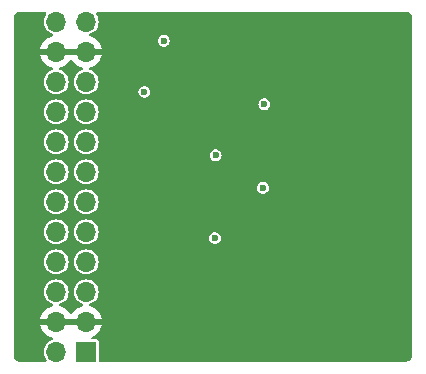
<source format=gbr>
%TF.GenerationSoftware,KiCad,Pcbnew,8.99.0-unknown-77b1d367df~178~ubuntu23.10.1*%
%TF.CreationDate,2024-11-09T00:31:48-05:00*%
%TF.ProjectId,24PinINA333,32345069-6e49-44e4-9133-33332e6b6963,rev?*%
%TF.SameCoordinates,Original*%
%TF.FileFunction,Copper,L2,Inr*%
%TF.FilePolarity,Positive*%
%FSLAX46Y46*%
G04 Gerber Fmt 4.6, Leading zero omitted, Abs format (unit mm)*
G04 Created by KiCad (PCBNEW 8.99.0-unknown-77b1d367df~178~ubuntu23.10.1) date 2024-11-09 00:31:48*
%MOMM*%
%LPD*%
G01*
G04 APERTURE LIST*
%TA.AperFunction,ComponentPad*%
%ADD10R,1.700000X1.700000*%
%TD*%
%TA.AperFunction,ComponentPad*%
%ADD11O,1.700000X1.700000*%
%TD*%
%TA.AperFunction,ViaPad*%
%ADD12C,0.600000*%
%TD*%
G04 APERTURE END LIST*
D10*
%TO.N,/SDA{slash}A4*%
%TO.C,J1*%
X115650000Y-103975000D03*
D11*
%TO.N,/SCL{slash}A5*%
X113110000Y-103975000D03*
%TO.N,GND*%
X115650000Y-101435000D03*
X113110000Y-101435000D03*
%TO.N,/IN0+*%
X115650000Y-98895000D03*
%TO.N,/VREF*%
X113110000Y-98895000D03*
%TO.N,unconnected-(J1-Pin_7-Pad7)*%
X115650000Y-96355000D03*
%TO.N,unconnected-(J1-Pin_8-Pad8)*%
X113110000Y-96355000D03*
%TO.N,unconnected-(J1-Pin_9-Pad9)*%
X115650000Y-93815000D03*
%TO.N,unconnected-(J1-Pin_10-Pad10)*%
X113110000Y-93815000D03*
%TO.N,unconnected-(J1-Pin_11-Pad11)*%
X115650000Y-91275000D03*
%TO.N,unconnected-(J1-Pin_12-Pad12)*%
X113110000Y-91275000D03*
%TO.N,unconnected-(J1-Pin_13-Pad13)*%
X115650000Y-88735000D03*
%TO.N,unconnected-(J1-Pin_14-Pad14)*%
X113110000Y-88735000D03*
%TO.N,unconnected-(J1-Pin_15-Pad15)*%
X115650000Y-86195000D03*
%TO.N,unconnected-(J1-Pin_16-Pad16)*%
X113110000Y-86195000D03*
%TO.N,/IN6+*%
X115650000Y-83655000D03*
%TO.N,/VREF*%
X113110000Y-83655000D03*
%TO.N,unconnected-(J1-Pin_19-Pad19)*%
X115650000Y-81115000D03*
%TO.N,unconnected-(J1-Pin_20-Pad20)*%
X113110000Y-81115000D03*
%TO.N,GND*%
X115650000Y-78575000D03*
X113110000Y-78575000D03*
%TO.N,/A0*%
X115650000Y-76035000D03*
%TO.N,VIN*%
X113110000Y-76035000D03*
%TD*%
D12*
%TO.N,VIN*%
X126540000Y-94350000D03*
X120580000Y-81980000D03*
X126600000Y-87350000D03*
%TO.N,GND*%
X135070000Y-92080000D03*
X134970000Y-85190000D03*
X117610000Y-77640000D03*
X133110000Y-90930000D03*
X122610000Y-81160000D03*
X118200000Y-76090000D03*
X127500000Y-89710000D03*
X133240000Y-83920000D03*
X118080000Y-81100000D03*
X117640000Y-78600000D03*
X127490000Y-96780000D03*
%TO.N,/VREF*%
X130610000Y-90100000D03*
X122210000Y-77650000D03*
X130730000Y-83020000D03*
%TD*%
%TA.AperFunction,Conductor*%
%TO.N,GND*%
G36*
X112236643Y-75225185D02*
G01*
X112282398Y-75277989D01*
X112292342Y-75347147D01*
X112265458Y-75408164D01*
X112232317Y-75448546D01*
X112134769Y-75631043D01*
X112134768Y-75631045D01*
X112134768Y-75631046D01*
X112127898Y-75653692D01*
X112074699Y-75829067D01*
X112054417Y-76035000D01*
X112074699Y-76240932D01*
X112074700Y-76240934D01*
X112134768Y-76438954D01*
X112232315Y-76621450D01*
X112232317Y-76621452D01*
X112363589Y-76781410D01*
X112460209Y-76860702D01*
X112523550Y-76912685D01*
X112706046Y-77010232D01*
X112772551Y-77030405D01*
X112830989Y-77068702D01*
X112859446Y-77132514D01*
X112848887Y-77201581D01*
X112802663Y-77253975D01*
X112768650Y-77268841D01*
X112646514Y-77301567D01*
X112646507Y-77301570D01*
X112432422Y-77401399D01*
X112432420Y-77401400D01*
X112238926Y-77536886D01*
X112238920Y-77536891D01*
X112071891Y-77703920D01*
X112071886Y-77703926D01*
X111936400Y-77897420D01*
X111936399Y-77897422D01*
X111836570Y-78111507D01*
X111836567Y-78111513D01*
X111779364Y-78324999D01*
X111779364Y-78325000D01*
X112676988Y-78325000D01*
X112644075Y-78382007D01*
X112610000Y-78509174D01*
X112610000Y-78640826D01*
X112644075Y-78767993D01*
X112676988Y-78825000D01*
X111779364Y-78825000D01*
X111836567Y-79038486D01*
X111836570Y-79038492D01*
X111936399Y-79252578D01*
X112071894Y-79446082D01*
X112238917Y-79613105D01*
X112432421Y-79748600D01*
X112646507Y-79848429D01*
X112646516Y-79848433D01*
X112768649Y-79881158D01*
X112828310Y-79917523D01*
X112858839Y-79980369D01*
X112850545Y-80049745D01*
X112806059Y-80103623D01*
X112772552Y-80119593D01*
X112706046Y-80139767D01*
X112575358Y-80209622D01*
X112523550Y-80237315D01*
X112523548Y-80237316D01*
X112523547Y-80237317D01*
X112363589Y-80368589D01*
X112232317Y-80528547D01*
X112134769Y-80711043D01*
X112074699Y-80909067D01*
X112054417Y-81115000D01*
X112074699Y-81320932D01*
X112074700Y-81320934D01*
X112134768Y-81518954D01*
X112232315Y-81701450D01*
X112266969Y-81743677D01*
X112363589Y-81861410D01*
X112460209Y-81940702D01*
X112523550Y-81992685D01*
X112706046Y-82090232D01*
X112904066Y-82150300D01*
X112904065Y-82150300D01*
X112922529Y-82152118D01*
X113110000Y-82170583D01*
X113315934Y-82150300D01*
X113513954Y-82090232D01*
X113696450Y-81992685D01*
X113856410Y-81861410D01*
X113987685Y-81701450D01*
X114085232Y-81518954D01*
X114145300Y-81320934D01*
X114165583Y-81115000D01*
X114145300Y-80909066D01*
X114085232Y-80711046D01*
X113987685Y-80528550D01*
X113935702Y-80465209D01*
X113856410Y-80368589D01*
X113696452Y-80237317D01*
X113696453Y-80237317D01*
X113696450Y-80237315D01*
X113513954Y-80139768D01*
X113447447Y-80119593D01*
X113389009Y-80081296D01*
X113360553Y-80017484D01*
X113371113Y-79948417D01*
X113417337Y-79896023D01*
X113451350Y-79881158D01*
X113573483Y-79848433D01*
X113573492Y-79848429D01*
X113787578Y-79748600D01*
X113981082Y-79613105D01*
X114148105Y-79446082D01*
X114278425Y-79259968D01*
X114333002Y-79216344D01*
X114402501Y-79209151D01*
X114464855Y-79240673D01*
X114481575Y-79259968D01*
X114611894Y-79446082D01*
X114778917Y-79613105D01*
X114972421Y-79748600D01*
X115186507Y-79848429D01*
X115186516Y-79848433D01*
X115308649Y-79881158D01*
X115368310Y-79917523D01*
X115398839Y-79980369D01*
X115390545Y-80049745D01*
X115346059Y-80103623D01*
X115312552Y-80119593D01*
X115246046Y-80139767D01*
X115115358Y-80209622D01*
X115063550Y-80237315D01*
X115063548Y-80237316D01*
X115063547Y-80237317D01*
X114903589Y-80368589D01*
X114772317Y-80528547D01*
X114674769Y-80711043D01*
X114614699Y-80909067D01*
X114594417Y-81115000D01*
X114614699Y-81320932D01*
X114614700Y-81320934D01*
X114674768Y-81518954D01*
X114772315Y-81701450D01*
X114806969Y-81743677D01*
X114903589Y-81861410D01*
X115000209Y-81940702D01*
X115063550Y-81992685D01*
X115246046Y-82090232D01*
X115444066Y-82150300D01*
X115444065Y-82150300D01*
X115462529Y-82152118D01*
X115650000Y-82170583D01*
X115855934Y-82150300D01*
X116053954Y-82090232D01*
X116236450Y-81992685D01*
X116251907Y-81980000D01*
X120074353Y-81980000D01*
X120094834Y-82122456D01*
X120154622Y-82253371D01*
X120154623Y-82253373D01*
X120248872Y-82362143D01*
X120369947Y-82439953D01*
X120369950Y-82439954D01*
X120369949Y-82439954D01*
X120508036Y-82480499D01*
X120508038Y-82480500D01*
X120508039Y-82480500D01*
X120651962Y-82480500D01*
X120651962Y-82480499D01*
X120790053Y-82439953D01*
X120911128Y-82362143D01*
X121005377Y-82253373D01*
X121065165Y-82122457D01*
X121085647Y-81980000D01*
X121065165Y-81837543D01*
X121005377Y-81706627D01*
X120911128Y-81597857D01*
X120790053Y-81520047D01*
X120790051Y-81520046D01*
X120790049Y-81520045D01*
X120790050Y-81520045D01*
X120651963Y-81479500D01*
X120651961Y-81479500D01*
X120508039Y-81479500D01*
X120508036Y-81479500D01*
X120369949Y-81520045D01*
X120248873Y-81597856D01*
X120154623Y-81706626D01*
X120154622Y-81706628D01*
X120094834Y-81837543D01*
X120074353Y-81980000D01*
X116251907Y-81980000D01*
X116396410Y-81861410D01*
X116527685Y-81701450D01*
X116625232Y-81518954D01*
X116685300Y-81320934D01*
X116705583Y-81115000D01*
X116685300Y-80909066D01*
X116625232Y-80711046D01*
X116527685Y-80528550D01*
X116475702Y-80465209D01*
X116396410Y-80368589D01*
X116236452Y-80237317D01*
X116236453Y-80237317D01*
X116236450Y-80237315D01*
X116053954Y-80139768D01*
X115987447Y-80119593D01*
X115929009Y-80081296D01*
X115900553Y-80017484D01*
X115911113Y-79948417D01*
X115957337Y-79896023D01*
X115991350Y-79881158D01*
X116113483Y-79848433D01*
X116113492Y-79848429D01*
X116327578Y-79748600D01*
X116521082Y-79613105D01*
X116688105Y-79446082D01*
X116823600Y-79252578D01*
X116923429Y-79038492D01*
X116923432Y-79038486D01*
X116980636Y-78825000D01*
X116083012Y-78825000D01*
X116115925Y-78767993D01*
X116150000Y-78640826D01*
X116150000Y-78509174D01*
X116115925Y-78382007D01*
X116083012Y-78325000D01*
X116980636Y-78325000D01*
X116980635Y-78324999D01*
X116923432Y-78111513D01*
X116923429Y-78111507D01*
X116823600Y-77897422D01*
X116823599Y-77897420D01*
X116688113Y-77703926D01*
X116688108Y-77703920D01*
X116634188Y-77650000D01*
X121704353Y-77650000D01*
X121724834Y-77792456D01*
X121772771Y-77897422D01*
X121784623Y-77923373D01*
X121878872Y-78032143D01*
X121999947Y-78109953D01*
X121999950Y-78109954D01*
X121999949Y-78109954D01*
X122138036Y-78150499D01*
X122138038Y-78150500D01*
X122138039Y-78150500D01*
X122281962Y-78150500D01*
X122281962Y-78150499D01*
X122420053Y-78109953D01*
X122541128Y-78032143D01*
X122635377Y-77923373D01*
X122695165Y-77792457D01*
X122715647Y-77650000D01*
X122695165Y-77507543D01*
X122635377Y-77376627D01*
X122541128Y-77267857D01*
X122420053Y-77190047D01*
X122420051Y-77190046D01*
X122420049Y-77190045D01*
X122420050Y-77190045D01*
X122281963Y-77149500D01*
X122281961Y-77149500D01*
X122138039Y-77149500D01*
X122138036Y-77149500D01*
X121999949Y-77190045D01*
X121878873Y-77267856D01*
X121784623Y-77376626D01*
X121784622Y-77376628D01*
X121724834Y-77507543D01*
X121704353Y-77650000D01*
X116634188Y-77650000D01*
X116521082Y-77536894D01*
X116327578Y-77401399D01*
X116113492Y-77301570D01*
X116113486Y-77301567D01*
X115991349Y-77268841D01*
X115931689Y-77232476D01*
X115901160Y-77169629D01*
X115909455Y-77100253D01*
X115953940Y-77046375D01*
X115987444Y-77030407D01*
X116053954Y-77010232D01*
X116236450Y-76912685D01*
X116396410Y-76781410D01*
X116527685Y-76621450D01*
X116625232Y-76438954D01*
X116685300Y-76240934D01*
X116705583Y-76035000D01*
X116685300Y-75829066D01*
X116625232Y-75631046D01*
X116527685Y-75448550D01*
X116527682Y-75448546D01*
X116494542Y-75408164D01*
X116467230Y-75343854D01*
X116479022Y-75274986D01*
X116526174Y-75223427D01*
X116590396Y-75205500D01*
X142679108Y-75205500D01*
X142738038Y-75205500D01*
X142751922Y-75206280D01*
X142842266Y-75216459D01*
X142869331Y-75222636D01*
X142948540Y-75250352D01*
X142973553Y-75262398D01*
X143044606Y-75307043D01*
X143066313Y-75324355D01*
X143125644Y-75383686D01*
X143142957Y-75405395D01*
X143187600Y-75476444D01*
X143199648Y-75501462D01*
X143227362Y-75580666D01*
X143233540Y-75607735D01*
X143243720Y-75698076D01*
X143244500Y-75711961D01*
X143244500Y-104298038D01*
X143243720Y-104311923D01*
X143233540Y-104402264D01*
X143227362Y-104429333D01*
X143199648Y-104508537D01*
X143187600Y-104533555D01*
X143142957Y-104604604D01*
X143125644Y-104626313D01*
X143066313Y-104685644D01*
X143044604Y-104702957D01*
X142973555Y-104747600D01*
X142948537Y-104759648D01*
X142869333Y-104787362D01*
X142842264Y-104793540D01*
X142762075Y-104802576D01*
X142751921Y-104803720D01*
X142738038Y-104804500D01*
X116824500Y-104804500D01*
X116757461Y-104784815D01*
X116711706Y-104732011D01*
X116700500Y-104680500D01*
X116700500Y-103105249D01*
X116700499Y-103105247D01*
X116688868Y-103046770D01*
X116688867Y-103046769D01*
X116644552Y-102980447D01*
X116578230Y-102936132D01*
X116578229Y-102936131D01*
X116519752Y-102924500D01*
X116519748Y-102924500D01*
X116209457Y-102924500D01*
X116142418Y-102904815D01*
X116096663Y-102852011D01*
X116086719Y-102782853D01*
X116115744Y-102719297D01*
X116157052Y-102688118D01*
X116327578Y-102608600D01*
X116521082Y-102473105D01*
X116688105Y-102306082D01*
X116823600Y-102112578D01*
X116923429Y-101898492D01*
X116923432Y-101898486D01*
X116980636Y-101685000D01*
X116083012Y-101685000D01*
X116115925Y-101627993D01*
X116150000Y-101500826D01*
X116150000Y-101369174D01*
X116115925Y-101242007D01*
X116083012Y-101185000D01*
X116980636Y-101185000D01*
X116980635Y-101184999D01*
X116923432Y-100971513D01*
X116923429Y-100971507D01*
X116823600Y-100757422D01*
X116823599Y-100757420D01*
X116688113Y-100563926D01*
X116688108Y-100563920D01*
X116521082Y-100396894D01*
X116327578Y-100261399D01*
X116113492Y-100161570D01*
X116113486Y-100161567D01*
X115991349Y-100128841D01*
X115931689Y-100092476D01*
X115901160Y-100029629D01*
X115909455Y-99960253D01*
X115953940Y-99906375D01*
X115987444Y-99890407D01*
X116053954Y-99870232D01*
X116236450Y-99772685D01*
X116396410Y-99641410D01*
X116527685Y-99481450D01*
X116625232Y-99298954D01*
X116685300Y-99100934D01*
X116705583Y-98895000D01*
X116685300Y-98689066D01*
X116625232Y-98491046D01*
X116527685Y-98308550D01*
X116475702Y-98245209D01*
X116396410Y-98148589D01*
X116236452Y-98017317D01*
X116236453Y-98017317D01*
X116236450Y-98017315D01*
X116053954Y-97919768D01*
X115855934Y-97859700D01*
X115855932Y-97859699D01*
X115855934Y-97859699D01*
X115650000Y-97839417D01*
X115444067Y-97859699D01*
X115246043Y-97919769D01*
X115135898Y-97978643D01*
X115063550Y-98017315D01*
X115063548Y-98017316D01*
X115063547Y-98017317D01*
X114903589Y-98148589D01*
X114772317Y-98308547D01*
X114674769Y-98491043D01*
X114614699Y-98689067D01*
X114594417Y-98895000D01*
X114614699Y-99100932D01*
X114614700Y-99100934D01*
X114674768Y-99298954D01*
X114772315Y-99481450D01*
X114772317Y-99481452D01*
X114903589Y-99641410D01*
X115000209Y-99720702D01*
X115063550Y-99772685D01*
X115246046Y-99870232D01*
X115312551Y-99890405D01*
X115370989Y-99928702D01*
X115399446Y-99992514D01*
X115388887Y-100061581D01*
X115342663Y-100113975D01*
X115308650Y-100128841D01*
X115186514Y-100161567D01*
X115186507Y-100161570D01*
X114972422Y-100261399D01*
X114972420Y-100261400D01*
X114778926Y-100396886D01*
X114778920Y-100396891D01*
X114611891Y-100563920D01*
X114611890Y-100563922D01*
X114481575Y-100750031D01*
X114426998Y-100793655D01*
X114357499Y-100800848D01*
X114295145Y-100769326D01*
X114278425Y-100750031D01*
X114148109Y-100563922D01*
X114148108Y-100563920D01*
X113981082Y-100396894D01*
X113787578Y-100261399D01*
X113573492Y-100161570D01*
X113573486Y-100161567D01*
X113451349Y-100128841D01*
X113391689Y-100092476D01*
X113361160Y-100029629D01*
X113369455Y-99960253D01*
X113413940Y-99906375D01*
X113447444Y-99890407D01*
X113513954Y-99870232D01*
X113696450Y-99772685D01*
X113856410Y-99641410D01*
X113987685Y-99481450D01*
X114085232Y-99298954D01*
X114145300Y-99100934D01*
X114165583Y-98895000D01*
X114145300Y-98689066D01*
X114085232Y-98491046D01*
X113987685Y-98308550D01*
X113935702Y-98245209D01*
X113856410Y-98148589D01*
X113696452Y-98017317D01*
X113696453Y-98017317D01*
X113696450Y-98017315D01*
X113513954Y-97919768D01*
X113315934Y-97859700D01*
X113315932Y-97859699D01*
X113315934Y-97859699D01*
X113110000Y-97839417D01*
X112904067Y-97859699D01*
X112706043Y-97919769D01*
X112595898Y-97978643D01*
X112523550Y-98017315D01*
X112523548Y-98017316D01*
X112523547Y-98017317D01*
X112363589Y-98148589D01*
X112232317Y-98308547D01*
X112134769Y-98491043D01*
X112074699Y-98689067D01*
X112054417Y-98895000D01*
X112074699Y-99100932D01*
X112074700Y-99100934D01*
X112134768Y-99298954D01*
X112232315Y-99481450D01*
X112232317Y-99481452D01*
X112363589Y-99641410D01*
X112460209Y-99720702D01*
X112523550Y-99772685D01*
X112706046Y-99870232D01*
X112772551Y-99890405D01*
X112830989Y-99928702D01*
X112859446Y-99992514D01*
X112848887Y-100061581D01*
X112802663Y-100113975D01*
X112768650Y-100128841D01*
X112646514Y-100161567D01*
X112646507Y-100161570D01*
X112432422Y-100261399D01*
X112432420Y-100261400D01*
X112238926Y-100396886D01*
X112238920Y-100396891D01*
X112071891Y-100563920D01*
X112071886Y-100563926D01*
X111936400Y-100757420D01*
X111936399Y-100757422D01*
X111836570Y-100971507D01*
X111836567Y-100971513D01*
X111779364Y-101184999D01*
X111779364Y-101185000D01*
X112676988Y-101185000D01*
X112644075Y-101242007D01*
X112610000Y-101369174D01*
X112610000Y-101500826D01*
X112644075Y-101627993D01*
X112676988Y-101685000D01*
X111779364Y-101685000D01*
X111836567Y-101898486D01*
X111836570Y-101898492D01*
X111936399Y-102112578D01*
X112071894Y-102306082D01*
X112238917Y-102473105D01*
X112432421Y-102608600D01*
X112646507Y-102708429D01*
X112646516Y-102708433D01*
X112768649Y-102741158D01*
X112828310Y-102777523D01*
X112858839Y-102840369D01*
X112850545Y-102909745D01*
X112806059Y-102963623D01*
X112772552Y-102979593D01*
X112706046Y-102999767D01*
X112618112Y-103046770D01*
X112523550Y-103097315D01*
X112523548Y-103097316D01*
X112523547Y-103097317D01*
X112363589Y-103228589D01*
X112232317Y-103388547D01*
X112134769Y-103571043D01*
X112074699Y-103769067D01*
X112054417Y-103975000D01*
X112074699Y-104180932D01*
X112074700Y-104180934D01*
X112134768Y-104378954D01*
X112211081Y-104521725D01*
X112232317Y-104561453D01*
X112265458Y-104601836D01*
X112292770Y-104666146D01*
X112280978Y-104735014D01*
X112233826Y-104786573D01*
X112169604Y-104804500D01*
X110016962Y-104804500D01*
X110003078Y-104803720D01*
X109990553Y-104802308D01*
X109912735Y-104793540D01*
X109885666Y-104787362D01*
X109806462Y-104759648D01*
X109781444Y-104747600D01*
X109710395Y-104702957D01*
X109688686Y-104685644D01*
X109629355Y-104626313D01*
X109612042Y-104604604D01*
X109584928Y-104561453D01*
X109567398Y-104533553D01*
X109555351Y-104508537D01*
X109527637Y-104429333D01*
X109521459Y-104402263D01*
X109511280Y-104311922D01*
X109510500Y-104298038D01*
X109510500Y-96355000D01*
X112054417Y-96355000D01*
X112074699Y-96560932D01*
X112074700Y-96560934D01*
X112134768Y-96758954D01*
X112232315Y-96941450D01*
X112232317Y-96941452D01*
X112363589Y-97101410D01*
X112460209Y-97180702D01*
X112523550Y-97232685D01*
X112706046Y-97330232D01*
X112904066Y-97390300D01*
X112904065Y-97390300D01*
X112922529Y-97392118D01*
X113110000Y-97410583D01*
X113315934Y-97390300D01*
X113513954Y-97330232D01*
X113696450Y-97232685D01*
X113856410Y-97101410D01*
X113987685Y-96941450D01*
X114085232Y-96758954D01*
X114145300Y-96560934D01*
X114165583Y-96355000D01*
X114594417Y-96355000D01*
X114614699Y-96560932D01*
X114614700Y-96560934D01*
X114674768Y-96758954D01*
X114772315Y-96941450D01*
X114772317Y-96941452D01*
X114903589Y-97101410D01*
X115000209Y-97180702D01*
X115063550Y-97232685D01*
X115246046Y-97330232D01*
X115444066Y-97390300D01*
X115444065Y-97390300D01*
X115462529Y-97392118D01*
X115650000Y-97410583D01*
X115855934Y-97390300D01*
X116053954Y-97330232D01*
X116236450Y-97232685D01*
X116396410Y-97101410D01*
X116527685Y-96941450D01*
X116625232Y-96758954D01*
X116685300Y-96560934D01*
X116705583Y-96355000D01*
X116685300Y-96149066D01*
X116625232Y-95951046D01*
X116527685Y-95768550D01*
X116475702Y-95705209D01*
X116396410Y-95608589D01*
X116236452Y-95477317D01*
X116236453Y-95477317D01*
X116236450Y-95477315D01*
X116053954Y-95379768D01*
X115855934Y-95319700D01*
X115855932Y-95319699D01*
X115855934Y-95319699D01*
X115650000Y-95299417D01*
X115444067Y-95319699D01*
X115246043Y-95379769D01*
X115135898Y-95438643D01*
X115063550Y-95477315D01*
X115063548Y-95477316D01*
X115063547Y-95477317D01*
X114903589Y-95608589D01*
X114772317Y-95768547D01*
X114674769Y-95951043D01*
X114614699Y-96149067D01*
X114594417Y-96355000D01*
X114165583Y-96355000D01*
X114145300Y-96149066D01*
X114085232Y-95951046D01*
X113987685Y-95768550D01*
X113935702Y-95705209D01*
X113856410Y-95608589D01*
X113696452Y-95477317D01*
X113696453Y-95477317D01*
X113696450Y-95477315D01*
X113513954Y-95379768D01*
X113315934Y-95319700D01*
X113315932Y-95319699D01*
X113315934Y-95319699D01*
X113110000Y-95299417D01*
X112904067Y-95319699D01*
X112706043Y-95379769D01*
X112595898Y-95438643D01*
X112523550Y-95477315D01*
X112523548Y-95477316D01*
X112523547Y-95477317D01*
X112363589Y-95608589D01*
X112232317Y-95768547D01*
X112134769Y-95951043D01*
X112074699Y-96149067D01*
X112054417Y-96355000D01*
X109510500Y-96355000D01*
X109510500Y-93815000D01*
X112054417Y-93815000D01*
X112074699Y-94020932D01*
X112074700Y-94020934D01*
X112134768Y-94218954D01*
X112232315Y-94401450D01*
X112232317Y-94401452D01*
X112363589Y-94561410D01*
X112460209Y-94640702D01*
X112523550Y-94692685D01*
X112706046Y-94790232D01*
X112904066Y-94850300D01*
X112904065Y-94850300D01*
X112922529Y-94852118D01*
X113110000Y-94870583D01*
X113315934Y-94850300D01*
X113513954Y-94790232D01*
X113696450Y-94692685D01*
X113856410Y-94561410D01*
X113987685Y-94401450D01*
X114085232Y-94218954D01*
X114145300Y-94020934D01*
X114165583Y-93815000D01*
X114594417Y-93815000D01*
X114614699Y-94020932D01*
X114614700Y-94020934D01*
X114674768Y-94218954D01*
X114772315Y-94401450D01*
X114772317Y-94401452D01*
X114903589Y-94561410D01*
X115000209Y-94640702D01*
X115063550Y-94692685D01*
X115246046Y-94790232D01*
X115444066Y-94850300D01*
X115444065Y-94850300D01*
X115462529Y-94852118D01*
X115650000Y-94870583D01*
X115855934Y-94850300D01*
X116053954Y-94790232D01*
X116236450Y-94692685D01*
X116396410Y-94561410D01*
X116527685Y-94401450D01*
X116555186Y-94350000D01*
X126034353Y-94350000D01*
X126054834Y-94492456D01*
X126086325Y-94561410D01*
X126114623Y-94623373D01*
X126208872Y-94732143D01*
X126329947Y-94809953D01*
X126329950Y-94809954D01*
X126329949Y-94809954D01*
X126468036Y-94850499D01*
X126468038Y-94850500D01*
X126468039Y-94850500D01*
X126611962Y-94850500D01*
X126611962Y-94850499D01*
X126750053Y-94809953D01*
X126871128Y-94732143D01*
X126965377Y-94623373D01*
X127025165Y-94492457D01*
X127045647Y-94350000D01*
X127025165Y-94207543D01*
X126965377Y-94076627D01*
X126871128Y-93967857D01*
X126750053Y-93890047D01*
X126750051Y-93890046D01*
X126750049Y-93890045D01*
X126750050Y-93890045D01*
X126611963Y-93849500D01*
X126611961Y-93849500D01*
X126468039Y-93849500D01*
X126468036Y-93849500D01*
X126329949Y-93890045D01*
X126208873Y-93967856D01*
X126114623Y-94076626D01*
X126114622Y-94076628D01*
X126054834Y-94207543D01*
X126034353Y-94350000D01*
X116555186Y-94350000D01*
X116625232Y-94218954D01*
X116685300Y-94020934D01*
X116705583Y-93815000D01*
X116685300Y-93609066D01*
X116625232Y-93411046D01*
X116527685Y-93228550D01*
X116475702Y-93165209D01*
X116396410Y-93068589D01*
X116236452Y-92937317D01*
X116236453Y-92937317D01*
X116236450Y-92937315D01*
X116053954Y-92839768D01*
X115855934Y-92779700D01*
X115855932Y-92779699D01*
X115855934Y-92779699D01*
X115650000Y-92759417D01*
X115444067Y-92779699D01*
X115246043Y-92839769D01*
X115135898Y-92898643D01*
X115063550Y-92937315D01*
X115063548Y-92937316D01*
X115063547Y-92937317D01*
X114903589Y-93068589D01*
X114772317Y-93228547D01*
X114674769Y-93411043D01*
X114614699Y-93609067D01*
X114594417Y-93815000D01*
X114165583Y-93815000D01*
X114145300Y-93609066D01*
X114085232Y-93411046D01*
X113987685Y-93228550D01*
X113935702Y-93165209D01*
X113856410Y-93068589D01*
X113696452Y-92937317D01*
X113696453Y-92937317D01*
X113696450Y-92937315D01*
X113513954Y-92839768D01*
X113315934Y-92779700D01*
X113315932Y-92779699D01*
X113315934Y-92779699D01*
X113110000Y-92759417D01*
X112904067Y-92779699D01*
X112706043Y-92839769D01*
X112595898Y-92898643D01*
X112523550Y-92937315D01*
X112523548Y-92937316D01*
X112523547Y-92937317D01*
X112363589Y-93068589D01*
X112232317Y-93228547D01*
X112134769Y-93411043D01*
X112074699Y-93609067D01*
X112054417Y-93815000D01*
X109510500Y-93815000D01*
X109510500Y-91275000D01*
X112054417Y-91275000D01*
X112074699Y-91480932D01*
X112074700Y-91480934D01*
X112134768Y-91678954D01*
X112232315Y-91861450D01*
X112232317Y-91861452D01*
X112363589Y-92021410D01*
X112460209Y-92100702D01*
X112523550Y-92152685D01*
X112706046Y-92250232D01*
X112904066Y-92310300D01*
X112904065Y-92310300D01*
X112922529Y-92312118D01*
X113110000Y-92330583D01*
X113315934Y-92310300D01*
X113513954Y-92250232D01*
X113696450Y-92152685D01*
X113856410Y-92021410D01*
X113987685Y-91861450D01*
X114085232Y-91678954D01*
X114145300Y-91480934D01*
X114165583Y-91275000D01*
X114594417Y-91275000D01*
X114614699Y-91480932D01*
X114614700Y-91480934D01*
X114674768Y-91678954D01*
X114772315Y-91861450D01*
X114772317Y-91861452D01*
X114903589Y-92021410D01*
X115000209Y-92100702D01*
X115063550Y-92152685D01*
X115246046Y-92250232D01*
X115444066Y-92310300D01*
X115444065Y-92310300D01*
X115462529Y-92312118D01*
X115650000Y-92330583D01*
X115855934Y-92310300D01*
X116053954Y-92250232D01*
X116236450Y-92152685D01*
X116396410Y-92021410D01*
X116527685Y-91861450D01*
X116625232Y-91678954D01*
X116685300Y-91480934D01*
X116705583Y-91275000D01*
X116685300Y-91069066D01*
X116625232Y-90871046D01*
X116527685Y-90688550D01*
X116422149Y-90559953D01*
X116396410Y-90528589D01*
X116236452Y-90397317D01*
X116236453Y-90397317D01*
X116236450Y-90397315D01*
X116053954Y-90299768D01*
X115855934Y-90239700D01*
X115855932Y-90239699D01*
X115855934Y-90239699D01*
X115650000Y-90219417D01*
X115444067Y-90239699D01*
X115246043Y-90299769D01*
X115135898Y-90358643D01*
X115063550Y-90397315D01*
X115063548Y-90397316D01*
X115063547Y-90397317D01*
X114903589Y-90528589D01*
X114772317Y-90688547D01*
X114674769Y-90871043D01*
X114614699Y-91069067D01*
X114594417Y-91275000D01*
X114165583Y-91275000D01*
X114145300Y-91069066D01*
X114085232Y-90871046D01*
X113987685Y-90688550D01*
X113882149Y-90559953D01*
X113856410Y-90528589D01*
X113696452Y-90397317D01*
X113696453Y-90397317D01*
X113696450Y-90397315D01*
X113513954Y-90299768D01*
X113315934Y-90239700D01*
X113315932Y-90239699D01*
X113315934Y-90239699D01*
X113110000Y-90219417D01*
X112904067Y-90239699D01*
X112706043Y-90299769D01*
X112595898Y-90358643D01*
X112523550Y-90397315D01*
X112523548Y-90397316D01*
X112523547Y-90397317D01*
X112363589Y-90528589D01*
X112232317Y-90688547D01*
X112134769Y-90871043D01*
X112074699Y-91069067D01*
X112054417Y-91275000D01*
X109510500Y-91275000D01*
X109510500Y-90100000D01*
X130104353Y-90100000D01*
X130124834Y-90242456D01*
X130184622Y-90373371D01*
X130184623Y-90373373D01*
X130278872Y-90482143D01*
X130399947Y-90559953D01*
X130399950Y-90559954D01*
X130399949Y-90559954D01*
X130538036Y-90600499D01*
X130538038Y-90600500D01*
X130538039Y-90600500D01*
X130681962Y-90600500D01*
X130681962Y-90600499D01*
X130820053Y-90559953D01*
X130941128Y-90482143D01*
X131035377Y-90373373D01*
X131095165Y-90242457D01*
X131115647Y-90100000D01*
X131095165Y-89957543D01*
X131035377Y-89826627D01*
X130941128Y-89717857D01*
X130820053Y-89640047D01*
X130820051Y-89640046D01*
X130820049Y-89640045D01*
X130820050Y-89640045D01*
X130681963Y-89599500D01*
X130681961Y-89599500D01*
X130538039Y-89599500D01*
X130538036Y-89599500D01*
X130399949Y-89640045D01*
X130278873Y-89717856D01*
X130184623Y-89826626D01*
X130184622Y-89826628D01*
X130124834Y-89957543D01*
X130104353Y-90100000D01*
X109510500Y-90100000D01*
X109510500Y-88735000D01*
X112054417Y-88735000D01*
X112074699Y-88940932D01*
X112074700Y-88940934D01*
X112134768Y-89138954D01*
X112232315Y-89321450D01*
X112232317Y-89321452D01*
X112363589Y-89481410D01*
X112460209Y-89560702D01*
X112523550Y-89612685D01*
X112706046Y-89710232D01*
X112904066Y-89770300D01*
X112904065Y-89770300D01*
X112922529Y-89772118D01*
X113110000Y-89790583D01*
X113315934Y-89770300D01*
X113513954Y-89710232D01*
X113696450Y-89612685D01*
X113856410Y-89481410D01*
X113987685Y-89321450D01*
X114085232Y-89138954D01*
X114145300Y-88940934D01*
X114165583Y-88735000D01*
X114594417Y-88735000D01*
X114614699Y-88940932D01*
X114614700Y-88940934D01*
X114674768Y-89138954D01*
X114772315Y-89321450D01*
X114772317Y-89321452D01*
X114903589Y-89481410D01*
X115000209Y-89560702D01*
X115063550Y-89612685D01*
X115246046Y-89710232D01*
X115444066Y-89770300D01*
X115444065Y-89770300D01*
X115462529Y-89772118D01*
X115650000Y-89790583D01*
X115855934Y-89770300D01*
X116053954Y-89710232D01*
X116236450Y-89612685D01*
X116396410Y-89481410D01*
X116527685Y-89321450D01*
X116625232Y-89138954D01*
X116685300Y-88940934D01*
X116705583Y-88735000D01*
X116685300Y-88529066D01*
X116625232Y-88331046D01*
X116527685Y-88148550D01*
X116475702Y-88085209D01*
X116396410Y-87988589D01*
X116236452Y-87857317D01*
X116236453Y-87857317D01*
X116236450Y-87857315D01*
X116053954Y-87759768D01*
X115855934Y-87699700D01*
X115855932Y-87699699D01*
X115855934Y-87699699D01*
X115650000Y-87679417D01*
X115444067Y-87699699D01*
X115246043Y-87759769D01*
X115152157Y-87809953D01*
X115063550Y-87857315D01*
X115063548Y-87857316D01*
X115063547Y-87857317D01*
X114903589Y-87988589D01*
X114772317Y-88148547D01*
X114674769Y-88331043D01*
X114614699Y-88529067D01*
X114594417Y-88735000D01*
X114165583Y-88735000D01*
X114145300Y-88529066D01*
X114085232Y-88331046D01*
X113987685Y-88148550D01*
X113935702Y-88085209D01*
X113856410Y-87988589D01*
X113696452Y-87857317D01*
X113696453Y-87857317D01*
X113696450Y-87857315D01*
X113513954Y-87759768D01*
X113315934Y-87699700D01*
X113315932Y-87699699D01*
X113315934Y-87699699D01*
X113110000Y-87679417D01*
X112904067Y-87699699D01*
X112706043Y-87759769D01*
X112612157Y-87809953D01*
X112523550Y-87857315D01*
X112523548Y-87857316D01*
X112523547Y-87857317D01*
X112363589Y-87988589D01*
X112232317Y-88148547D01*
X112134769Y-88331043D01*
X112074699Y-88529067D01*
X112054417Y-88735000D01*
X109510500Y-88735000D01*
X109510500Y-87350000D01*
X126094353Y-87350000D01*
X126114834Y-87492456D01*
X126174622Y-87623371D01*
X126174623Y-87623373D01*
X126268872Y-87732143D01*
X126389947Y-87809953D01*
X126389950Y-87809954D01*
X126389949Y-87809954D01*
X126528036Y-87850499D01*
X126528038Y-87850500D01*
X126528039Y-87850500D01*
X126671962Y-87850500D01*
X126671962Y-87850499D01*
X126810053Y-87809953D01*
X126931128Y-87732143D01*
X127025377Y-87623373D01*
X127085165Y-87492457D01*
X127105647Y-87350000D01*
X127085165Y-87207543D01*
X127025377Y-87076627D01*
X126931128Y-86967857D01*
X126810053Y-86890047D01*
X126810051Y-86890046D01*
X126810049Y-86890045D01*
X126810050Y-86890045D01*
X126671963Y-86849500D01*
X126671961Y-86849500D01*
X126528039Y-86849500D01*
X126528036Y-86849500D01*
X126389949Y-86890045D01*
X126268873Y-86967856D01*
X126174623Y-87076626D01*
X126174622Y-87076628D01*
X126114834Y-87207543D01*
X126094353Y-87350000D01*
X109510500Y-87350000D01*
X109510500Y-86195000D01*
X112054417Y-86195000D01*
X112074699Y-86400932D01*
X112074700Y-86400934D01*
X112134768Y-86598954D01*
X112232315Y-86781450D01*
X112232317Y-86781452D01*
X112363589Y-86941410D01*
X112460209Y-87020702D01*
X112523550Y-87072685D01*
X112706046Y-87170232D01*
X112904066Y-87230300D01*
X112904065Y-87230300D01*
X112922529Y-87232118D01*
X113110000Y-87250583D01*
X113315934Y-87230300D01*
X113513954Y-87170232D01*
X113696450Y-87072685D01*
X113856410Y-86941410D01*
X113987685Y-86781450D01*
X114085232Y-86598954D01*
X114145300Y-86400934D01*
X114165583Y-86195000D01*
X114594417Y-86195000D01*
X114614699Y-86400932D01*
X114614700Y-86400934D01*
X114674768Y-86598954D01*
X114772315Y-86781450D01*
X114772317Y-86781452D01*
X114903589Y-86941410D01*
X115000209Y-87020702D01*
X115063550Y-87072685D01*
X115246046Y-87170232D01*
X115444066Y-87230300D01*
X115444065Y-87230300D01*
X115462529Y-87232118D01*
X115650000Y-87250583D01*
X115855934Y-87230300D01*
X116053954Y-87170232D01*
X116236450Y-87072685D01*
X116396410Y-86941410D01*
X116527685Y-86781450D01*
X116625232Y-86598954D01*
X116685300Y-86400934D01*
X116705583Y-86195000D01*
X116685300Y-85989066D01*
X116625232Y-85791046D01*
X116527685Y-85608550D01*
X116475702Y-85545209D01*
X116396410Y-85448589D01*
X116236452Y-85317317D01*
X116236453Y-85317317D01*
X116236450Y-85317315D01*
X116053954Y-85219768D01*
X115855934Y-85159700D01*
X115855932Y-85159699D01*
X115855934Y-85159699D01*
X115650000Y-85139417D01*
X115444067Y-85159699D01*
X115246043Y-85219769D01*
X115135898Y-85278643D01*
X115063550Y-85317315D01*
X115063548Y-85317316D01*
X115063547Y-85317317D01*
X114903589Y-85448589D01*
X114772317Y-85608547D01*
X114674769Y-85791043D01*
X114614699Y-85989067D01*
X114594417Y-86195000D01*
X114165583Y-86195000D01*
X114145300Y-85989066D01*
X114085232Y-85791046D01*
X113987685Y-85608550D01*
X113935702Y-85545209D01*
X113856410Y-85448589D01*
X113696452Y-85317317D01*
X113696453Y-85317317D01*
X113696450Y-85317315D01*
X113513954Y-85219768D01*
X113315934Y-85159700D01*
X113315932Y-85159699D01*
X113315934Y-85159699D01*
X113110000Y-85139417D01*
X112904067Y-85159699D01*
X112706043Y-85219769D01*
X112595898Y-85278643D01*
X112523550Y-85317315D01*
X112523548Y-85317316D01*
X112523547Y-85317317D01*
X112363589Y-85448589D01*
X112232317Y-85608547D01*
X112134769Y-85791043D01*
X112074699Y-85989067D01*
X112054417Y-86195000D01*
X109510500Y-86195000D01*
X109510500Y-83655000D01*
X112054417Y-83655000D01*
X112074699Y-83860932D01*
X112074700Y-83860934D01*
X112134768Y-84058954D01*
X112232315Y-84241450D01*
X112232317Y-84241452D01*
X112363589Y-84401410D01*
X112460209Y-84480702D01*
X112523550Y-84532685D01*
X112706046Y-84630232D01*
X112904066Y-84690300D01*
X112904065Y-84690300D01*
X112922529Y-84692118D01*
X113110000Y-84710583D01*
X113315934Y-84690300D01*
X113513954Y-84630232D01*
X113696450Y-84532685D01*
X113856410Y-84401410D01*
X113987685Y-84241450D01*
X114085232Y-84058954D01*
X114145300Y-83860934D01*
X114165583Y-83655000D01*
X114594417Y-83655000D01*
X114614699Y-83860932D01*
X114614700Y-83860934D01*
X114674768Y-84058954D01*
X114772315Y-84241450D01*
X114772317Y-84241452D01*
X114903589Y-84401410D01*
X115000209Y-84480702D01*
X115063550Y-84532685D01*
X115246046Y-84630232D01*
X115444066Y-84690300D01*
X115444065Y-84690300D01*
X115462529Y-84692118D01*
X115650000Y-84710583D01*
X115855934Y-84690300D01*
X116053954Y-84630232D01*
X116236450Y-84532685D01*
X116396410Y-84401410D01*
X116527685Y-84241450D01*
X116625232Y-84058954D01*
X116685300Y-83860934D01*
X116705583Y-83655000D01*
X116685300Y-83449066D01*
X116625232Y-83251046D01*
X116527685Y-83068550D01*
X116487841Y-83020000D01*
X130224353Y-83020000D01*
X130244834Y-83162456D01*
X130304622Y-83293371D01*
X130304623Y-83293373D01*
X130398872Y-83402143D01*
X130519947Y-83479953D01*
X130519950Y-83479954D01*
X130519949Y-83479954D01*
X130658036Y-83520499D01*
X130658038Y-83520500D01*
X130658039Y-83520500D01*
X130801962Y-83520500D01*
X130801962Y-83520499D01*
X130940053Y-83479953D01*
X131061128Y-83402143D01*
X131155377Y-83293373D01*
X131215165Y-83162457D01*
X131235647Y-83020000D01*
X131215165Y-82877543D01*
X131155377Y-82746627D01*
X131061128Y-82637857D01*
X130940053Y-82560047D01*
X130940051Y-82560046D01*
X130940049Y-82560045D01*
X130940050Y-82560045D01*
X130801963Y-82519500D01*
X130801961Y-82519500D01*
X130658039Y-82519500D01*
X130658036Y-82519500D01*
X130519949Y-82560045D01*
X130398873Y-82637856D01*
X130304623Y-82746626D01*
X130304622Y-82746628D01*
X130244834Y-82877543D01*
X130224353Y-83020000D01*
X116487841Y-83020000D01*
X116475702Y-83005209D01*
X116396410Y-82908589D01*
X116236452Y-82777317D01*
X116236453Y-82777317D01*
X116236450Y-82777315D01*
X116053954Y-82679768D01*
X115855934Y-82619700D01*
X115855932Y-82619699D01*
X115855934Y-82619699D01*
X115650000Y-82599417D01*
X115444067Y-82619699D01*
X115246043Y-82679769D01*
X115135898Y-82738643D01*
X115063550Y-82777315D01*
X115063548Y-82777316D01*
X115063547Y-82777317D01*
X114903589Y-82908589D01*
X114772317Y-83068547D01*
X114674769Y-83251043D01*
X114614699Y-83449067D01*
X114594417Y-83655000D01*
X114165583Y-83655000D01*
X114145300Y-83449066D01*
X114085232Y-83251046D01*
X113987685Y-83068550D01*
X113935702Y-83005209D01*
X113856410Y-82908589D01*
X113696452Y-82777317D01*
X113696453Y-82777317D01*
X113696450Y-82777315D01*
X113513954Y-82679768D01*
X113315934Y-82619700D01*
X113315932Y-82619699D01*
X113315934Y-82619699D01*
X113110000Y-82599417D01*
X112904067Y-82619699D01*
X112706043Y-82679769D01*
X112595898Y-82738643D01*
X112523550Y-82777315D01*
X112523548Y-82777316D01*
X112523547Y-82777317D01*
X112363589Y-82908589D01*
X112232317Y-83068547D01*
X112134769Y-83251043D01*
X112074699Y-83449067D01*
X112054417Y-83655000D01*
X109510500Y-83655000D01*
X109510500Y-75711961D01*
X109511280Y-75698077D01*
X109511280Y-75698076D01*
X109521459Y-75607731D01*
X109527635Y-75580670D01*
X109555353Y-75501456D01*
X109567396Y-75476450D01*
X109612046Y-75405389D01*
X109629351Y-75383690D01*
X109688690Y-75324351D01*
X109710389Y-75307046D01*
X109781450Y-75262396D01*
X109806456Y-75250353D01*
X109885670Y-75222635D01*
X109912733Y-75216459D01*
X109975419Y-75209396D01*
X110003079Y-75206280D01*
X110016962Y-75205500D01*
X110075892Y-75205500D01*
X112169604Y-75205500D01*
X112236643Y-75225185D01*
G37*
%TD.AperFunction*%
%TA.AperFunction,Conductor*%
G36*
X115184075Y-101242007D02*
G01*
X115150000Y-101369174D01*
X115150000Y-101500826D01*
X115184075Y-101627993D01*
X115216988Y-101685000D01*
X113543012Y-101685000D01*
X113575925Y-101627993D01*
X113610000Y-101500826D01*
X113610000Y-101369174D01*
X113575925Y-101242007D01*
X113543012Y-101185000D01*
X115216988Y-101185000D01*
X115184075Y-101242007D01*
G37*
%TD.AperFunction*%
%TA.AperFunction,Conductor*%
G36*
X115184075Y-78382007D02*
G01*
X115150000Y-78509174D01*
X115150000Y-78640826D01*
X115184075Y-78767993D01*
X115216988Y-78825000D01*
X113543012Y-78825000D01*
X113575925Y-78767993D01*
X113610000Y-78640826D01*
X113610000Y-78509174D01*
X113575925Y-78382007D01*
X113543012Y-78325000D01*
X115216988Y-78325000D01*
X115184075Y-78382007D01*
G37*
%TD.AperFunction*%
%TD*%
M02*

</source>
